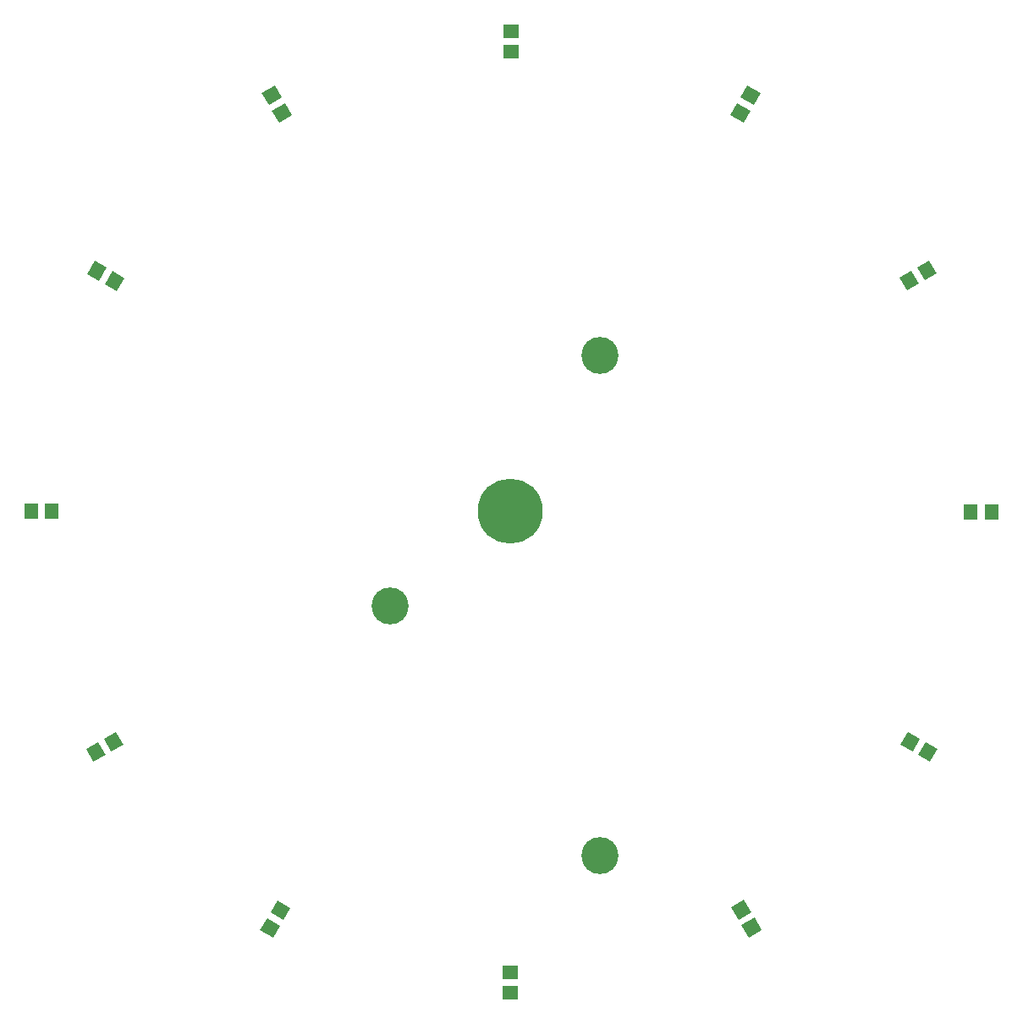
<source format=gbp>
G04 MADE WITH FRITZING*
G04 WWW.FRITZING.ORG*
G04 DOUBLE SIDED*
G04 HOLES PLATED*
G04 CONTOUR ON CENTER OF CONTOUR VECTOR*
%ASAXBY*%
%FSLAX23Y23*%
%MOIN*%
%OFA0B0*%
%SFA1.0B1.0*%
%ADD10C,0.255905*%
%ADD11C,0.145669*%
%ADD12R,0.059055X0.055118*%
%ADD13R,0.055118X0.059055*%
%LNPASTEMASK0*%
G90*
G70*
G54D10*
X1965Y1971D03*
G54D11*
X2319Y2582D03*
X1492Y1597D03*
X2319Y613D03*
G54D12*
X1970Y3859D03*
X1970Y3778D03*
G54D13*
X79Y1969D03*
X160Y1969D03*
G54D12*
X1967Y73D03*
X1967Y154D03*
G54D13*
X3861Y1966D03*
X3780Y1966D03*
G36*
X298Y2904D02*
X328Y2955D01*
X376Y2928D01*
X346Y2877D01*
X298Y2904D01*
G37*
D02*
G36*
X368Y2864D02*
X398Y2915D01*
X445Y2887D01*
X416Y2836D01*
X368Y2864D01*
G37*
D02*
G36*
X2900Y3645D02*
X2951Y3616D01*
X2924Y3568D01*
X2873Y3598D01*
X2900Y3645D01*
G37*
D02*
G36*
X2860Y3576D02*
X2911Y3546D01*
X2884Y3498D01*
X2832Y3528D01*
X2860Y3576D01*
G37*
D02*
G36*
X3616Y2957D02*
X3646Y2906D01*
X3598Y2878D01*
X3569Y2929D01*
X3616Y2957D01*
G37*
D02*
G36*
X3547Y2917D02*
X3576Y2865D01*
X3528Y2838D01*
X3499Y2889D01*
X3547Y2917D01*
G37*
D02*
G36*
X323Y982D02*
X294Y1033D01*
X342Y1060D01*
X371Y1009D01*
X323Y982D01*
G37*
D02*
G36*
X393Y1022D02*
X364Y1073D01*
X411Y1101D01*
X441Y1050D01*
X393Y1022D01*
G37*
D02*
G36*
X1031Y289D02*
X980Y319D01*
X1008Y366D01*
X1059Y337D01*
X1031Y289D01*
G37*
D02*
G36*
X1072Y359D02*
X1021Y389D01*
X1048Y436D01*
X1099Y407D01*
X1072Y359D01*
G37*
D02*
G36*
X2955Y321D02*
X2904Y291D01*
X2877Y339D01*
X2928Y368D01*
X2955Y321D01*
G37*
D02*
G36*
X2915Y391D02*
X2864Y361D01*
X2836Y409D01*
X2887Y438D01*
X2915Y391D01*
G37*
D02*
G36*
X987Y3617D02*
X1038Y3646D01*
X1066Y3598D01*
X1014Y3569D01*
X987Y3617D01*
G37*
D02*
G36*
X1027Y3547D02*
X1078Y3576D01*
X1106Y3529D01*
X1055Y3499D01*
X1027Y3547D01*
G37*
D02*
G36*
X3650Y1034D02*
X3620Y982D01*
X3573Y1010D01*
X3602Y1061D01*
X3650Y1034D01*
G37*
D02*
G36*
X3580Y1074D02*
X3551Y1023D01*
X3503Y1050D01*
X3532Y1101D01*
X3580Y1074D01*
G37*
D02*
G04 End of PasteMask0*
M02*
</source>
